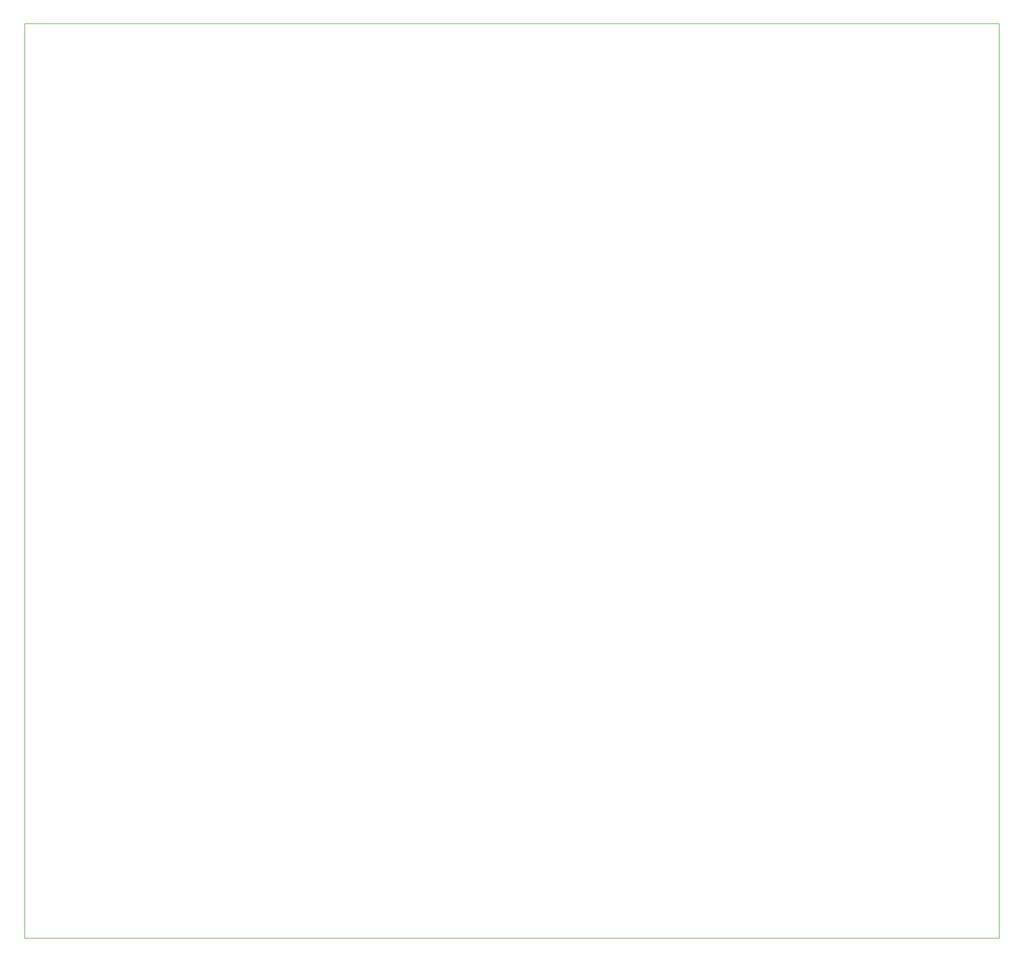
<source format=gbr>
%TF.GenerationSoftware,KiCad,Pcbnew,(6.0.7)*%
%TF.CreationDate,2022-10-24T15:17:36-03:00*%
%TF.ProjectId,PCB_Prototipo_Proyecto_Final,5043425f-5072-46f7-946f-7469706f5f50,rev?*%
%TF.SameCoordinates,PX7e4946aPYc6a19c0*%
%TF.FileFunction,Paste,Top*%
%TF.FilePolarity,Positive*%
%FSLAX46Y46*%
G04 Gerber Fmt 4.6, Leading zero omitted, Abs format (unit mm)*
G04 Created by KiCad (PCBNEW (6.0.7)) date 2022-10-24 15:17:36*
%MOMM*%
%LPD*%
G01*
G04 APERTURE LIST*
%TA.AperFunction,Profile*%
%ADD10C,0.100000*%
%TD*%
G04 APERTURE END LIST*
D10*
X0Y0D02*
X165100000Y0D01*
X165100000Y0D02*
X165100000Y154940000D01*
X165100000Y154940000D02*
X0Y154940000D01*
X0Y154940000D02*
X0Y0D01*
M02*

</source>
